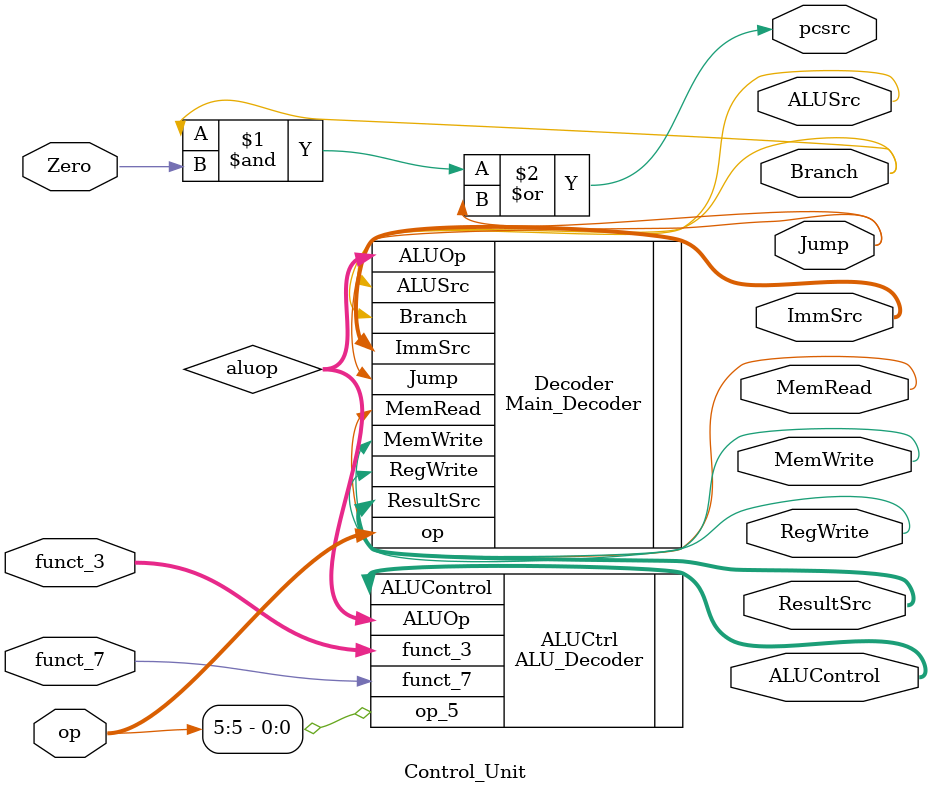
<source format=v>
module Control_Unit (
    input wire funct_7,
    input wire [2:0] funct_3,
    input wire [6:0] op,
    input wire Zero,
    output wire Branch,
    output wire [1:0] ResultSrc,
    output wire MemWrite,
    output wire MemRead,
    output wire ALUSrc,
    output wire [1:0] ImmSrc,
    output wire Jump,
    output wire RegWrite,
    output wire pcsrc,
    output wire [2:0] ALUControl
    );
////////
wire [1:0] aluop;
////////////
   Main_Decoder Decoder  (   
    .op(op),
   // .Zero(Zero),
    .ALUOp(aluop),
    .Branch(Branch),
    .ResultSrc(ResultSrc),
    .MemWrite(MemWrite),
    .MemRead(MemRead),
    .ALUSrc(ALUSrc),
    .ImmSrc(ImmSrc),
    .Jump(Jump),
    .RegWrite(RegWrite)
    );

////////////                      
ALU_Decoder ALUCtrl  (  
    .funct_7(funct_7),
    .op_5(op[5]),
    .funct_3(funct_3),
    .ALUOp(aluop),
    .ALUControl(ALUControl)
    );

    assign pcsrc = (Branch & Zero) | Jump;

endmodule
</source>
